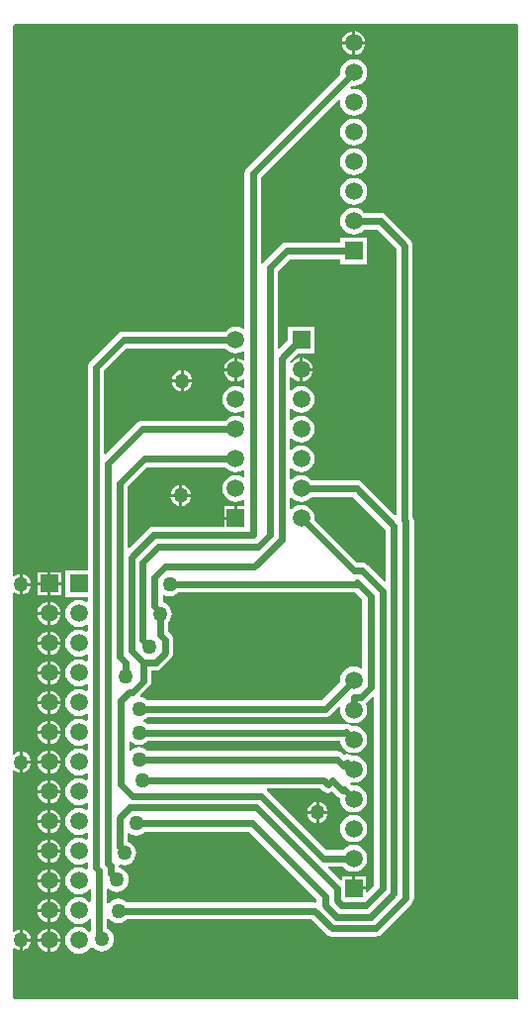
<source format=gbl>
G04 Layer_Physical_Order=2*
G04 Layer_Color=16711680*
%FSLAX24Y24*%
%MOIN*%
G70*
G01*
G75*
%ADD10C,0.0236*%
%ADD11C,0.0591*%
%ADD12R,0.0591X0.0591*%
%ADD13C,0.0500*%
G36*
X62638Y48858D02*
Y16087D01*
X62614Y16063D01*
X45654D01*
X45591Y16126D01*
Y17778D01*
X45641Y17803D01*
X45690Y17765D01*
X45775Y17730D01*
X45816Y17724D01*
Y18071D01*
Y18417D01*
X45775Y18412D01*
X45690Y18377D01*
X45641Y18339D01*
X45591Y18364D01*
Y23762D01*
X45641Y23787D01*
X45690Y23749D01*
X45775Y23714D01*
X45816Y23709D01*
Y24055D01*
Y24402D01*
X45775Y24396D01*
X45690Y24361D01*
X45641Y24323D01*
X45591Y24348D01*
Y29747D01*
X45641Y29771D01*
X45690Y29734D01*
X45775Y29698D01*
X45816Y29693D01*
Y30039D01*
Y30386D01*
X45775Y30380D01*
X45690Y30345D01*
X45641Y30307D01*
X45591Y30332D01*
Y48835D01*
X45654Y48898D01*
X62606D01*
X62638Y48858D01*
D02*
G37*
%LPC*%
G36*
X47213Y24013D02*
X46870D01*
Y23671D01*
X46924Y23678D01*
X47020Y23718D01*
X47102Y23781D01*
X47166Y23864D01*
X47206Y23960D01*
X47213Y24013D01*
D02*
G37*
G36*
X46770D02*
X46428D01*
X46435Y23960D01*
X46475Y23864D01*
X46539Y23781D01*
X46621Y23718D01*
X46717Y23678D01*
X46770Y23671D01*
Y24013D01*
D02*
G37*
G36*
X46213Y24005D02*
X45916D01*
Y23709D01*
X45958Y23714D01*
X46043Y23749D01*
X46116Y23805D01*
X46172Y23879D01*
X46207Y23964D01*
X46213Y24005D01*
D02*
G37*
G36*
X45916Y24402D02*
Y24105D01*
X46213D01*
X46207Y24146D01*
X46172Y24232D01*
X46116Y24305D01*
X46043Y24361D01*
X45958Y24396D01*
X45916Y24402D01*
D02*
G37*
G36*
X46770Y23013D02*
X46428D01*
X46435Y22960D01*
X46475Y22864D01*
X46539Y22781D01*
X46621Y22718D01*
X46717Y22678D01*
X46770Y22671D01*
Y23013D01*
D02*
G37*
G36*
X46870Y22455D02*
Y22113D01*
X47213D01*
X47206Y22166D01*
X47166Y22262D01*
X47102Y22345D01*
X47020Y22408D01*
X46924Y22448D01*
X46870Y22455D01*
D02*
G37*
G36*
X47213Y23013D02*
X46870D01*
Y22671D01*
X46924Y22678D01*
X47020Y22718D01*
X47102Y22781D01*
X47166Y22864D01*
X47206Y22960D01*
X47213Y23013D01*
D02*
G37*
G36*
X46870Y23455D02*
Y23113D01*
X47213D01*
X47206Y23166D01*
X47166Y23262D01*
X47102Y23345D01*
X47020Y23408D01*
X46924Y23448D01*
X46870Y23455D01*
D02*
G37*
G36*
X46770Y23455D02*
X46717Y23448D01*
X46621Y23408D01*
X46539Y23345D01*
X46475Y23262D01*
X46435Y23166D01*
X46428Y23113D01*
X46770D01*
Y23455D01*
D02*
G37*
G36*
Y24455D02*
X46717Y24448D01*
X46621Y24408D01*
X46539Y24345D01*
X46475Y24262D01*
X46435Y24166D01*
X46428Y24113D01*
X46770D01*
Y24455D01*
D02*
G37*
G36*
X47213Y26013D02*
X46870D01*
Y25671D01*
X46924Y25678D01*
X47020Y25718D01*
X47102Y25781D01*
X47166Y25864D01*
X47206Y25960D01*
X47213Y26013D01*
D02*
G37*
G36*
X46770D02*
X46428D01*
X46435Y25960D01*
X46475Y25864D01*
X46539Y25781D01*
X46621Y25718D01*
X46717Y25678D01*
X46770Y25671D01*
Y26013D01*
D02*
G37*
G36*
Y26455D02*
X46717Y26448D01*
X46621Y26408D01*
X46539Y26345D01*
X46475Y26262D01*
X46435Y26166D01*
X46428Y26113D01*
X46770D01*
Y26455D01*
D02*
G37*
G36*
Y27013D02*
X46428D01*
X46435Y26960D01*
X46475Y26864D01*
X46539Y26781D01*
X46621Y26718D01*
X46717Y26678D01*
X46770Y26671D01*
Y27013D01*
D02*
G37*
G36*
X46870Y26455D02*
Y26113D01*
X47213D01*
X47206Y26166D01*
X47166Y26262D01*
X47102Y26345D01*
X47020Y26408D01*
X46924Y26448D01*
X46870Y26455D01*
D02*
G37*
G36*
X46770Y25013D02*
X46428D01*
X46435Y24960D01*
X46475Y24864D01*
X46539Y24781D01*
X46621Y24718D01*
X46717Y24678D01*
X46770Y24671D01*
Y25013D01*
D02*
G37*
G36*
X46870Y24455D02*
Y24113D01*
X47213D01*
X47206Y24166D01*
X47166Y24262D01*
X47102Y24345D01*
X47020Y24408D01*
X46924Y24448D01*
X46870Y24455D01*
D02*
G37*
G36*
X47213Y25013D02*
X46870D01*
Y24671D01*
X46924Y24678D01*
X47020Y24718D01*
X47102Y24781D01*
X47166Y24864D01*
X47206Y24960D01*
X47213Y25013D01*
D02*
G37*
G36*
X46870Y25455D02*
Y25113D01*
X47213D01*
X47206Y25166D01*
X47166Y25262D01*
X47102Y25345D01*
X47020Y25408D01*
X46924Y25448D01*
X46870Y25455D01*
D02*
G37*
G36*
X46770Y25455D02*
X46717Y25448D01*
X46621Y25408D01*
X46539Y25345D01*
X46475Y25262D01*
X46435Y25166D01*
X46428Y25113D01*
X46770D01*
Y25455D01*
D02*
G37*
G36*
Y19013D02*
X46428D01*
X46435Y18960D01*
X46475Y18864D01*
X46539Y18781D01*
X46621Y18718D01*
X46717Y18678D01*
X46770Y18671D01*
Y19013D01*
D02*
G37*
G36*
X45916Y18417D02*
Y18121D01*
X46213D01*
X46207Y18162D01*
X46172Y18247D01*
X46116Y18320D01*
X46043Y18377D01*
X45958Y18412D01*
X45916Y18417D01*
D02*
G37*
G36*
X47213Y19013D02*
X46870D01*
Y18671D01*
X46924Y18678D01*
X47020Y18718D01*
X47102Y18781D01*
X47166Y18864D01*
X47206Y18960D01*
X47213Y19013D01*
D02*
G37*
G36*
X46870Y19455D02*
Y19113D01*
X47213D01*
X47206Y19166D01*
X47166Y19262D01*
X47102Y19345D01*
X47020Y19408D01*
X46924Y19448D01*
X46870Y19455D01*
D02*
G37*
G36*
X46770Y19455D02*
X46717Y19448D01*
X46621Y19408D01*
X46539Y19345D01*
X46475Y19262D01*
X46435Y19166D01*
X46428Y19113D01*
X46770D01*
Y19455D01*
D02*
G37*
G36*
X47213Y18013D02*
X46870D01*
Y17671D01*
X46924Y17678D01*
X47020Y17718D01*
X47102Y17781D01*
X47166Y17864D01*
X47206Y17960D01*
X47213Y18013D01*
D02*
G37*
G36*
X46770D02*
X46428D01*
X46435Y17960D01*
X46475Y17864D01*
X46539Y17781D01*
X46621Y17718D01*
X46717Y17678D01*
X46770Y17671D01*
Y18013D01*
D02*
G37*
G36*
X46213Y18021D02*
X45916D01*
Y17724D01*
X45958Y17730D01*
X46043Y17765D01*
X46116Y17821D01*
X46172Y17894D01*
X46207Y17980D01*
X46213Y18021D01*
D02*
G37*
G36*
X46870Y18455D02*
Y18113D01*
X47213D01*
X47206Y18166D01*
X47166Y18262D01*
X47102Y18345D01*
X47020Y18408D01*
X46924Y18448D01*
X46870Y18455D01*
D02*
G37*
G36*
X46770Y18455D02*
X46717Y18448D01*
X46621Y18408D01*
X46539Y18345D01*
X46475Y18262D01*
X46435Y18166D01*
X46428Y18113D01*
X46770D01*
Y18455D01*
D02*
G37*
G36*
Y20013D02*
X46428D01*
X46435Y19960D01*
X46475Y19864D01*
X46539Y19781D01*
X46621Y19718D01*
X46717Y19678D01*
X46770Y19671D01*
Y20013D01*
D02*
G37*
G36*
X46870Y21455D02*
Y21113D01*
X47213D01*
X47206Y21166D01*
X47166Y21262D01*
X47102Y21345D01*
X47020Y21408D01*
X46924Y21448D01*
X46870Y21455D01*
D02*
G37*
G36*
X46770Y21455D02*
X46717Y21448D01*
X46621Y21408D01*
X46539Y21345D01*
X46475Y21262D01*
X46435Y21166D01*
X46428Y21113D01*
X46770D01*
Y21455D01*
D02*
G37*
G36*
Y22013D02*
X46428D01*
X46435Y21960D01*
X46475Y21864D01*
X46539Y21781D01*
X46621Y21718D01*
X46717Y21678D01*
X46770Y21671D01*
Y22013D01*
D02*
G37*
G36*
Y22455D02*
X46717Y22448D01*
X46621Y22408D01*
X46539Y22345D01*
X46475Y22262D01*
X46435Y22166D01*
X46428Y22113D01*
X46770D01*
Y22455D01*
D02*
G37*
G36*
X47213Y22013D02*
X46870D01*
Y21671D01*
X46924Y21678D01*
X47020Y21718D01*
X47102Y21781D01*
X47166Y21864D01*
X47206Y21960D01*
X47213Y22013D01*
D02*
G37*
G36*
X46770Y20455D02*
X46717Y20448D01*
X46621Y20408D01*
X46539Y20345D01*
X46475Y20262D01*
X46435Y20166D01*
X46428Y20113D01*
X46770D01*
Y20455D01*
D02*
G37*
G36*
X47213Y20013D02*
X46870D01*
Y19671D01*
X46924Y19678D01*
X47020Y19718D01*
X47102Y19781D01*
X47166Y19864D01*
X47206Y19960D01*
X47213Y20013D01*
D02*
G37*
G36*
X46870Y20455D02*
Y20113D01*
X47213D01*
X47206Y20166D01*
X47166Y20262D01*
X47102Y20345D01*
X47020Y20408D01*
X46924Y20448D01*
X46870Y20455D01*
D02*
G37*
G36*
X47213Y21013D02*
X46870D01*
Y20671D01*
X46924Y20678D01*
X47020Y20718D01*
X47102Y20781D01*
X47166Y20864D01*
X47206Y20960D01*
X47213Y21013D01*
D02*
G37*
G36*
X46770D02*
X46428D01*
X46435Y20960D01*
X46475Y20864D01*
X46539Y20781D01*
X46621Y20718D01*
X46717Y20678D01*
X46770Y20671D01*
Y21013D01*
D02*
G37*
G36*
X47213Y27013D02*
X46870D01*
Y26671D01*
X46924Y26678D01*
X47020Y26718D01*
X47102Y26781D01*
X47166Y26864D01*
X47206Y26960D01*
X47213Y27013D01*
D02*
G37*
G36*
X57137Y48660D02*
Y48318D01*
X57479D01*
X57472Y48371D01*
X57432Y48467D01*
X57369Y48550D01*
X57286Y48613D01*
X57190Y48653D01*
X57137Y48660D01*
D02*
G37*
G36*
X57037D02*
X56983Y48653D01*
X56887Y48613D01*
X56805Y48550D01*
X56741Y48467D01*
X56702Y48371D01*
X56695Y48318D01*
X57037D01*
Y48660D01*
D02*
G37*
G36*
X57479Y48218D02*
X57137D01*
Y47876D01*
X57190Y47883D01*
X57286Y47922D01*
X57369Y47986D01*
X57432Y48068D01*
X57472Y48165D01*
X57479Y48218D01*
D02*
G37*
G36*
X47216Y30458D02*
X46870D01*
Y30113D01*
X47216D01*
Y30458D01*
D02*
G37*
G36*
X46213Y29989D02*
X45916D01*
Y29693D01*
X45958Y29698D01*
X46043Y29734D01*
X46116Y29790D01*
X46172Y29863D01*
X46207Y29948D01*
X46213Y29989D01*
D02*
G37*
G36*
X45916Y30386D02*
Y30089D01*
X46213D01*
X46207Y30131D01*
X46172Y30216D01*
X46116Y30289D01*
X46043Y30345D01*
X45958Y30380D01*
X45916Y30386D01*
D02*
G37*
G36*
X46770Y30458D02*
X46425D01*
Y30113D01*
X46770D01*
Y30458D01*
D02*
G37*
G36*
X57087Y43724D02*
X56968Y43709D01*
X56858Y43663D01*
X56764Y43591D01*
X56691Y43496D01*
X56646Y43386D01*
X56630Y43268D01*
X56646Y43150D01*
X56691Y43039D01*
X56764Y42945D01*
X56858Y42872D01*
X56968Y42827D01*
X57087Y42811D01*
X57205Y42827D01*
X57315Y42872D01*
X57410Y42945D01*
X57482Y43039D01*
X57528Y43150D01*
X57543Y43268D01*
X57528Y43386D01*
X57482Y43496D01*
X57410Y43591D01*
X57315Y43663D01*
X57205Y43709D01*
X57087Y43724D01*
D02*
G37*
G36*
X55365Y37660D02*
Y37318D01*
X55707D01*
X55700Y37371D01*
X55660Y37467D01*
X55597Y37550D01*
X55514Y37613D01*
X55418Y37653D01*
X55365Y37660D01*
D02*
G37*
G36*
X55707Y37218D02*
X55365D01*
Y36876D01*
X55418Y36883D01*
X55514Y36922D01*
X55597Y36986D01*
X55660Y37068D01*
X55700Y37165D01*
X55707Y37218D01*
D02*
G37*
G36*
X57087Y44724D02*
X56968Y44709D01*
X56858Y44663D01*
X56764Y44591D01*
X56691Y44496D01*
X56646Y44386D01*
X56630Y44268D01*
X56646Y44150D01*
X56691Y44039D01*
X56764Y43945D01*
X56858Y43872D01*
X56968Y43827D01*
X57087Y43811D01*
X57205Y43827D01*
X57315Y43872D01*
X57410Y43945D01*
X57482Y44039D01*
X57528Y44150D01*
X57543Y44268D01*
X57528Y44386D01*
X57482Y44496D01*
X57410Y44591D01*
X57315Y44663D01*
X57205Y44709D01*
X57087Y44724D01*
D02*
G37*
G36*
X57037Y48218D02*
X56695D01*
X56702Y48165D01*
X56741Y48068D01*
X56805Y47986D01*
X56887Y47922D01*
X56983Y47883D01*
X57037Y47876D01*
Y48218D01*
D02*
G37*
G36*
X57087Y47724D02*
X56968Y47709D01*
X56858Y47663D01*
X56764Y47591D01*
X56691Y47496D01*
X56646Y47386D01*
X56630Y47268D01*
X56637Y47212D01*
X53490Y44065D01*
X53446Y44007D01*
X53418Y43940D01*
X53409Y43868D01*
Y38666D01*
X53364Y38644D01*
X53339Y38663D01*
X53228Y38709D01*
X53110Y38724D01*
X52992Y38709D01*
X52882Y38663D01*
X52787Y38591D01*
X52753Y38546D01*
X49318D01*
X49246Y38536D01*
X49179Y38508D01*
X49121Y38464D01*
X48203Y37547D01*
X48159Y37489D01*
X48131Y37422D01*
X48122Y37350D01*
Y30516D01*
X47368D01*
Y29610D01*
X48122D01*
Y29459D01*
X48077Y29437D01*
X48049Y29458D01*
X47939Y29504D01*
X47820Y29520D01*
X47702Y29504D01*
X47592Y29458D01*
X47498Y29386D01*
X47425Y29291D01*
X47379Y29181D01*
X47364Y29063D01*
X47379Y28945D01*
X47425Y28835D01*
X47498Y28740D01*
X47592Y28668D01*
X47702Y28622D01*
X47820Y28606D01*
X47939Y28622D01*
X48049Y28668D01*
X48077Y28689D01*
X48122Y28667D01*
Y28459D01*
X48077Y28437D01*
X48049Y28458D01*
X47939Y28504D01*
X47820Y28520D01*
X47702Y28504D01*
X47592Y28458D01*
X47498Y28386D01*
X47425Y28291D01*
X47379Y28181D01*
X47364Y28063D01*
X47379Y27945D01*
X47425Y27835D01*
X47498Y27740D01*
X47592Y27668D01*
X47702Y27622D01*
X47820Y27606D01*
X47939Y27622D01*
X48049Y27668D01*
X48077Y27689D01*
X48122Y27667D01*
Y27459D01*
X48077Y27437D01*
X48049Y27458D01*
X47939Y27504D01*
X47820Y27520D01*
X47702Y27504D01*
X47592Y27458D01*
X47498Y27386D01*
X47425Y27291D01*
X47379Y27181D01*
X47364Y27063D01*
X47379Y26945D01*
X47425Y26835D01*
X47498Y26740D01*
X47592Y26668D01*
X47702Y26622D01*
X47820Y26606D01*
X47939Y26622D01*
X48049Y26668D01*
X48077Y26689D01*
X48122Y26667D01*
Y26459D01*
X48077Y26437D01*
X48049Y26458D01*
X47939Y26504D01*
X47820Y26520D01*
X47702Y26504D01*
X47592Y26458D01*
X47498Y26386D01*
X47425Y26291D01*
X47379Y26181D01*
X47364Y26063D01*
X47379Y25945D01*
X47425Y25835D01*
X47498Y25740D01*
X47592Y25668D01*
X47702Y25622D01*
X47820Y25606D01*
X47939Y25622D01*
X48049Y25668D01*
X48077Y25689D01*
X48122Y25667D01*
Y25459D01*
X48077Y25437D01*
X48049Y25458D01*
X47939Y25504D01*
X47820Y25520D01*
X47702Y25504D01*
X47592Y25458D01*
X47498Y25386D01*
X47425Y25291D01*
X47379Y25181D01*
X47364Y25063D01*
X47379Y24945D01*
X47425Y24835D01*
X47498Y24740D01*
X47592Y24668D01*
X47702Y24622D01*
X47820Y24606D01*
X47939Y24622D01*
X48049Y24668D01*
X48077Y24689D01*
X48122Y24667D01*
Y24459D01*
X48077Y24437D01*
X48049Y24458D01*
X47939Y24504D01*
X47820Y24520D01*
X47702Y24504D01*
X47592Y24458D01*
X47498Y24386D01*
X47425Y24291D01*
X47379Y24181D01*
X47364Y24063D01*
X47379Y23945D01*
X47425Y23835D01*
X47498Y23740D01*
X47592Y23668D01*
X47702Y23622D01*
X47820Y23606D01*
X47939Y23622D01*
X48049Y23668D01*
X48077Y23689D01*
X48122Y23667D01*
Y23459D01*
X48077Y23437D01*
X48049Y23458D01*
X47939Y23504D01*
X47820Y23520D01*
X47702Y23504D01*
X47592Y23458D01*
X47498Y23386D01*
X47425Y23291D01*
X47379Y23181D01*
X47364Y23063D01*
X47379Y22945D01*
X47425Y22835D01*
X47498Y22740D01*
X47592Y22668D01*
X47702Y22622D01*
X47820Y22606D01*
X47939Y22622D01*
X48049Y22668D01*
X48077Y22689D01*
X48122Y22667D01*
Y22459D01*
X48077Y22437D01*
X48049Y22458D01*
X47939Y22504D01*
X47820Y22520D01*
X47702Y22504D01*
X47592Y22458D01*
X47498Y22386D01*
X47425Y22291D01*
X47379Y22181D01*
X47364Y22063D01*
X47379Y21945D01*
X47425Y21835D01*
X47498Y21740D01*
X47592Y21668D01*
X47702Y21622D01*
X47820Y21606D01*
X47939Y21622D01*
X48049Y21668D01*
X48077Y21689D01*
X48122Y21667D01*
Y21459D01*
X48077Y21437D01*
X48049Y21458D01*
X47939Y21504D01*
X47820Y21520D01*
X47702Y21504D01*
X47592Y21458D01*
X47498Y21386D01*
X47425Y21291D01*
X47379Y21181D01*
X47364Y21063D01*
X47379Y20945D01*
X47425Y20835D01*
X47498Y20740D01*
X47592Y20668D01*
X47702Y20622D01*
X47820Y20606D01*
X47939Y20622D01*
X48049Y20668D01*
X48077Y20689D01*
X48122Y20667D01*
Y20500D01*
X48127Y20461D01*
X48080Y20434D01*
X48049Y20458D01*
X47939Y20504D01*
X47820Y20520D01*
X47702Y20504D01*
X47592Y20458D01*
X47498Y20386D01*
X47425Y20291D01*
X47379Y20181D01*
X47364Y20063D01*
X47379Y19945D01*
X47425Y19835D01*
X47498Y19740D01*
X47592Y19668D01*
X47702Y19622D01*
X47820Y19606D01*
X47939Y19622D01*
X48049Y19668D01*
X48143Y19740D01*
X48172Y19777D01*
X48222Y19760D01*
Y19366D01*
X48172Y19349D01*
X48143Y19386D01*
X48049Y19458D01*
X47939Y19504D01*
X47820Y19520D01*
X47702Y19504D01*
X47592Y19458D01*
X47498Y19386D01*
X47425Y19291D01*
X47379Y19181D01*
X47364Y19063D01*
X47379Y18945D01*
X47425Y18835D01*
X47498Y18740D01*
X47592Y18668D01*
X47702Y18622D01*
X47820Y18606D01*
X47939Y18622D01*
X48049Y18668D01*
X48143Y18740D01*
X48172Y18777D01*
X48222Y18760D01*
Y18366D01*
X48172Y18349D01*
X48143Y18386D01*
X48049Y18458D01*
X47939Y18504D01*
X47820Y18520D01*
X47702Y18504D01*
X47592Y18458D01*
X47498Y18386D01*
X47425Y18291D01*
X47379Y18181D01*
X47364Y18063D01*
X47379Y17945D01*
X47425Y17835D01*
X47498Y17740D01*
X47592Y17668D01*
X47702Y17622D01*
X47820Y17606D01*
X47939Y17622D01*
X48049Y17668D01*
X48143Y17740D01*
X48216Y17835D01*
X48220Y17844D01*
X48277Y17852D01*
X48309Y17809D01*
X48394Y17744D01*
X48494Y17703D01*
X48600Y17689D01*
X48706Y17703D01*
X48805Y17744D01*
X48891Y17809D01*
X48956Y17895D01*
X48997Y17994D01*
X49011Y18100D01*
X48997Y18206D01*
X48956Y18305D01*
X48891Y18391D01*
X48805Y18456D01*
X48778Y18467D01*
Y18783D01*
X48828Y18800D01*
X48859Y18759D01*
X48945Y18694D01*
X49044Y18653D01*
X49150Y18639D01*
X49256Y18653D01*
X49356Y18694D01*
X49441Y18759D01*
X49450Y18772D01*
X55647D01*
X56154Y18264D01*
X56212Y18220D01*
X56279Y18192D01*
X56351Y18183D01*
X57822D01*
X57894Y18192D01*
X57961Y18220D01*
X58019Y18264D01*
X59035Y19280D01*
X59079Y19338D01*
X59107Y19405D01*
X59117Y19477D01*
Y32168D01*
X59107Y32240D01*
X59079Y32307D01*
X59078Y32309D01*
Y41450D01*
X59068Y41522D01*
X59041Y41589D01*
X58997Y41647D01*
X58179Y42464D01*
X58121Y42508D01*
X58054Y42536D01*
X57982Y42546D01*
X57444D01*
X57410Y42591D01*
X57315Y42663D01*
X57205Y42709D01*
X57087Y42724D01*
X56968Y42709D01*
X56858Y42663D01*
X56764Y42591D01*
X56691Y42496D01*
X56646Y42386D01*
X56630Y42268D01*
X56646Y42150D01*
X56691Y42039D01*
X56764Y41945D01*
X56858Y41872D01*
X56968Y41827D01*
X57087Y41811D01*
X57205Y41827D01*
X57315Y41872D01*
X57410Y41945D01*
X57444Y41990D01*
X57867D01*
X58522Y41335D01*
Y32386D01*
X58476Y32367D01*
X57379Y33464D01*
X57321Y33508D01*
X57254Y33536D01*
X57182Y33546D01*
X55672D01*
X55638Y33591D01*
X55543Y33663D01*
X55433Y33709D01*
X55315Y33724D01*
X55197Y33709D01*
X55087Y33663D01*
X54992Y33591D01*
X54975Y33569D01*
X54928Y33585D01*
Y33951D01*
X54975Y33967D01*
X54992Y33945D01*
X55087Y33872D01*
X55197Y33827D01*
X55315Y33811D01*
X55433Y33827D01*
X55543Y33872D01*
X55638Y33945D01*
X55710Y34039D01*
X55756Y34150D01*
X55772Y34268D01*
X55756Y34386D01*
X55710Y34496D01*
X55638Y34591D01*
X55543Y34663D01*
X55433Y34709D01*
X55315Y34724D01*
X55197Y34709D01*
X55087Y34663D01*
X54992Y34591D01*
X54975Y34569D01*
X54928Y34585D01*
Y34951D01*
X54975Y34967D01*
X54992Y34945D01*
X55087Y34872D01*
X55197Y34827D01*
X55315Y34811D01*
X55433Y34827D01*
X55543Y34872D01*
X55638Y34945D01*
X55710Y35039D01*
X55756Y35150D01*
X55772Y35268D01*
X55756Y35386D01*
X55710Y35496D01*
X55638Y35591D01*
X55543Y35663D01*
X55433Y35709D01*
X55315Y35724D01*
X55197Y35709D01*
X55087Y35663D01*
X54992Y35591D01*
X54975Y35569D01*
X54928Y35585D01*
Y35951D01*
X54975Y35967D01*
X54992Y35945D01*
X55087Y35872D01*
X55197Y35827D01*
X55315Y35811D01*
X55433Y35827D01*
X55543Y35872D01*
X55638Y35945D01*
X55710Y36039D01*
X55756Y36150D01*
X55772Y36268D01*
X55756Y36386D01*
X55710Y36496D01*
X55638Y36591D01*
X55543Y36663D01*
X55433Y36709D01*
X55315Y36724D01*
X55197Y36709D01*
X55087Y36663D01*
X54992Y36591D01*
X54975Y36569D01*
X54928Y36585D01*
Y37045D01*
X54931Y37046D01*
X54978Y37058D01*
X55033Y36986D01*
X55116Y36922D01*
X55212Y36883D01*
X55265Y36876D01*
Y37268D01*
Y37660D01*
X55212Y37653D01*
X55116Y37613D01*
X55033Y37550D01*
X54982Y37483D01*
X54935Y37495D01*
X54930Y37526D01*
X54930Y37537D01*
X55208Y37815D01*
X55768D01*
Y38720D01*
X54862D01*
Y38255D01*
X54574Y37967D01*
X54528Y37986D01*
Y40585D01*
X54933Y40990D01*
X56634D01*
Y40815D01*
X57539D01*
Y41720D01*
X56634D01*
Y41546D01*
X54818D01*
X54746Y41536D01*
X54679Y41508D01*
X54621Y41464D01*
X54053Y40897D01*
X54015Y40846D01*
X53987Y40849D01*
X53965Y40860D01*
Y43753D01*
X56595Y46383D01*
X56642Y46359D01*
X56630Y46268D01*
X56646Y46150D01*
X56691Y46039D01*
X56764Y45945D01*
X56858Y45872D01*
X56968Y45827D01*
X57087Y45811D01*
X57205Y45827D01*
X57315Y45872D01*
X57410Y45945D01*
X57482Y46039D01*
X57528Y46150D01*
X57543Y46268D01*
X57528Y46386D01*
X57482Y46496D01*
X57410Y46591D01*
X57315Y46663D01*
X57205Y46709D01*
X57087Y46724D01*
X56995Y46712D01*
X56972Y46760D01*
X57030Y46818D01*
X57087Y46811D01*
X57205Y46827D01*
X57315Y46872D01*
X57410Y46945D01*
X57482Y47039D01*
X57528Y47150D01*
X57543Y47268D01*
X57528Y47386D01*
X57482Y47496D01*
X57410Y47591D01*
X57315Y47663D01*
X57205Y47709D01*
X57087Y47724D01*
D02*
G37*
G36*
Y45724D02*
X56968Y45709D01*
X56858Y45663D01*
X56764Y45591D01*
X56691Y45496D01*
X56646Y45386D01*
X56630Y45268D01*
X56646Y45150D01*
X56691Y45039D01*
X56764Y44945D01*
X56858Y44872D01*
X56968Y44827D01*
X57087Y44811D01*
X57205Y44827D01*
X57315Y44872D01*
X57410Y44945D01*
X57482Y45039D01*
X57528Y45150D01*
X57543Y45268D01*
X57528Y45386D01*
X57482Y45496D01*
X57410Y45591D01*
X57315Y45663D01*
X57205Y45709D01*
X57087Y45724D01*
D02*
G37*
G36*
X47213Y28013D02*
X46870D01*
Y27671D01*
X46924Y27678D01*
X47020Y27718D01*
X47102Y27781D01*
X47166Y27864D01*
X47206Y27960D01*
X47213Y28013D01*
D02*
G37*
G36*
X46770Y28455D02*
X46717Y28448D01*
X46621Y28408D01*
X46539Y28345D01*
X46475Y28262D01*
X46435Y28166D01*
X46428Y28113D01*
X46770D01*
Y28455D01*
D02*
G37*
G36*
X46870Y28455D02*
Y28113D01*
X47213D01*
X47206Y28166D01*
X47166Y28262D01*
X47102Y28345D01*
X47020Y28408D01*
X46924Y28448D01*
X46870Y28455D01*
D02*
G37*
G36*
X46770Y27455D02*
X46717Y27448D01*
X46621Y27408D01*
X46539Y27345D01*
X46475Y27262D01*
X46435Y27166D01*
X46428Y27113D01*
X46770D01*
Y27455D01*
D02*
G37*
G36*
X46870Y27455D02*
Y27113D01*
X47213D01*
X47206Y27166D01*
X47166Y27262D01*
X47102Y27345D01*
X47020Y27408D01*
X46924Y27448D01*
X46870Y27455D01*
D02*
G37*
G36*
X46770Y28013D02*
X46428D01*
X46435Y27960D01*
X46475Y27864D01*
X46539Y27781D01*
X46621Y27718D01*
X46717Y27678D01*
X46770Y27671D01*
Y28013D01*
D02*
G37*
G36*
Y29013D02*
X46428D01*
X46435Y28960D01*
X46475Y28864D01*
X46539Y28781D01*
X46621Y28718D01*
X46717Y28678D01*
X46770Y28671D01*
Y29013D01*
D02*
G37*
G36*
Y29455D02*
X46717Y29448D01*
X46621Y29408D01*
X46539Y29345D01*
X46475Y29262D01*
X46435Y29166D01*
X46428Y29113D01*
X46770D01*
Y29455D01*
D02*
G37*
G36*
X46870Y29455D02*
Y29113D01*
X47213D01*
X47206Y29166D01*
X47166Y29262D01*
X47102Y29345D01*
X47020Y29408D01*
X46924Y29448D01*
X46870Y29455D01*
D02*
G37*
G36*
X46770Y30013D02*
X46425D01*
Y29668D01*
X46770D01*
Y30013D01*
D02*
G37*
G36*
X47213Y29013D02*
X46870D01*
Y28671D01*
X46924Y28678D01*
X47020Y28718D01*
X47102Y28781D01*
X47166Y28864D01*
X47206Y28960D01*
X47213Y29013D01*
D02*
G37*
G36*
X47216Y30013D02*
X46870D01*
Y29668D01*
X47216D01*
Y30013D01*
D02*
G37*
%LPD*%
G36*
X55844Y19427D02*
Y19366D01*
X55794Y19324D01*
X55762Y19328D01*
X49450D01*
X49441Y19341D01*
X49356Y19406D01*
X49256Y19447D01*
X49150Y19461D01*
X49044Y19447D01*
X48945Y19406D01*
X48859Y19341D01*
X48828Y19300D01*
X48778Y19317D01*
Y19771D01*
X48828Y19795D01*
X48895Y19744D01*
X48994Y19703D01*
X49100Y19689D01*
X49206Y19703D01*
X49306Y19744D01*
X49391Y19809D01*
X49456Y19894D01*
X49497Y19994D01*
X49511Y20100D01*
X49497Y20206D01*
X49456Y20306D01*
X49391Y20391D01*
X49306Y20456D01*
X49206Y20497D01*
X49172Y20502D01*
Y20563D01*
X49169Y20580D01*
X49215Y20615D01*
X49244Y20603D01*
X49350Y20589D01*
X49456Y20603D01*
X49556Y20644D01*
X49641Y20709D01*
X49706Y20794D01*
X49747Y20894D01*
X49761Y21000D01*
X49747Y21106D01*
X49706Y21205D01*
X49641Y21291D01*
X49556Y21356D01*
X49471Y21391D01*
Y21644D01*
X49516Y21666D01*
X49545Y21644D01*
X49644Y21603D01*
X49750Y21589D01*
X49856Y21603D01*
X49956Y21644D01*
X50041Y21709D01*
X50050Y21722D01*
X53549D01*
X55844Y19427D01*
D02*
G37*
G36*
X52787Y33945D02*
X52882Y33872D01*
X52992Y33827D01*
X53110Y33811D01*
X53228Y33827D01*
X53339Y33872D01*
X53364Y33892D01*
X53409Y33870D01*
Y33666D01*
X53364Y33644D01*
X53339Y33663D01*
X53228Y33709D01*
X53110Y33724D01*
X52992Y33709D01*
X52882Y33663D01*
X52787Y33591D01*
X52715Y33496D01*
X52669Y33386D01*
X52654Y33268D01*
X52669Y33150D01*
X52715Y33039D01*
X52787Y32945D01*
X52882Y32872D01*
X52992Y32827D01*
X53110Y32811D01*
X53228Y32827D01*
X53339Y32872D01*
X53364Y32892D01*
X53409Y32870D01*
Y32663D01*
X53160D01*
Y32268D01*
X53110D01*
Y32218D01*
X52715D01*
Y31972D01*
X50337D01*
X50265Y31962D01*
X50198Y31934D01*
X50140Y31890D01*
X49517Y31267D01*
X49471Y31286D01*
Y33328D01*
X50133Y33990D01*
X52753D01*
X52787Y33945D01*
D02*
G37*
G36*
X58167Y31890D02*
Y30148D01*
X58121Y30129D01*
X57560Y30690D01*
X57502Y30734D01*
X57435Y30762D01*
X57363Y30772D01*
X57204D01*
X55764Y32212D01*
X55772Y32268D01*
X55756Y32386D01*
X55710Y32496D01*
X55638Y32591D01*
X55543Y32663D01*
X55433Y32709D01*
X55315Y32724D01*
X55197Y32709D01*
X55087Y32663D01*
X54992Y32591D01*
X54975Y32569D01*
X54928Y32585D01*
Y32951D01*
X54975Y32967D01*
X54992Y32945D01*
X55087Y32872D01*
X55197Y32827D01*
X55315Y32811D01*
X55433Y32827D01*
X55543Y32872D01*
X55638Y32945D01*
X55672Y32990D01*
X57067D01*
X58167Y31890D01*
D02*
G37*
G36*
X57773Y26240D02*
Y19918D01*
X57528Y19673D01*
X57482Y19692D01*
Y19769D01*
X57087D01*
Y19819D01*
X57037D01*
Y20214D01*
X56691D01*
Y20088D01*
X56645Y20069D01*
X56219Y20495D01*
X56238Y20541D01*
X56729D01*
X56764Y20496D01*
X56858Y20423D01*
X56968Y20378D01*
X57087Y20362D01*
X57205Y20378D01*
X57315Y20423D01*
X57410Y20496D01*
X57482Y20591D01*
X57528Y20701D01*
X57543Y20819D01*
X57528Y20937D01*
X57482Y21047D01*
X57410Y21142D01*
X57315Y21214D01*
X57205Y21260D01*
X57087Y21276D01*
X56968Y21260D01*
X56858Y21214D01*
X56764Y21142D01*
X56729Y21097D01*
X56174D01*
X54149Y23121D01*
X54148Y23122D01*
X54165Y23172D01*
X55951D01*
X56019Y23103D01*
X56077Y23059D01*
X56144Y23031D01*
X56216Y23022D01*
X56288Y23031D01*
X56354Y23059D01*
X56509Y22903D01*
X56567Y22859D01*
X56632Y22832D01*
X56630Y22819D01*
X56646Y22701D01*
X56691Y22591D01*
X56764Y22496D01*
X56858Y22423D01*
X56968Y22378D01*
X57087Y22362D01*
X57205Y22378D01*
X57315Y22423D01*
X57410Y22496D01*
X57482Y22591D01*
X57528Y22701D01*
X57543Y22819D01*
X57528Y22937D01*
X57482Y23047D01*
X57410Y23142D01*
X57315Y23214D01*
X57205Y23260D01*
X57087Y23276D01*
X57030Y23268D01*
X56972Y23327D01*
X56995Y23374D01*
X57087Y23362D01*
X57205Y23378D01*
X57315Y23423D01*
X57410Y23496D01*
X57482Y23591D01*
X57528Y23701D01*
X57543Y23819D01*
X57528Y23937D01*
X57482Y24047D01*
X57410Y24142D01*
X57315Y24214D01*
X57205Y24260D01*
X57087Y24276D01*
X57026Y24268D01*
X56989Y24296D01*
X56922Y24324D01*
X56850Y24333D01*
X56778Y24324D01*
X56769Y24320D01*
X56742Y24347D01*
X56684Y24391D01*
X56617Y24418D01*
X56545Y24428D01*
X50150D01*
X50141Y24441D01*
X50055Y24506D01*
X49956Y24547D01*
X49850Y24561D01*
X49744Y24547D01*
X49644Y24506D01*
X49571Y24450D01*
X49521Y24467D01*
Y24733D01*
X49571Y24750D01*
X49644Y24694D01*
X49744Y24653D01*
X49850Y24639D01*
X49956Y24653D01*
X50055Y24694D01*
X50141Y24759D01*
X50150Y24772D01*
X56636D01*
X56646Y24701D01*
X56691Y24591D01*
X56764Y24496D01*
X56858Y24423D01*
X56968Y24378D01*
X57087Y24362D01*
X57205Y24378D01*
X57315Y24423D01*
X57410Y24496D01*
X57482Y24591D01*
X57528Y24701D01*
X57543Y24819D01*
X57528Y24937D01*
X57482Y25047D01*
X57410Y25142D01*
X57315Y25214D01*
X57205Y25260D01*
X57087Y25276D01*
X57030Y25268D01*
X57023Y25275D01*
X56966Y25319D01*
X56899Y25347D01*
X56827Y25357D01*
X56755Y25347D01*
X56708Y25328D01*
X50150D01*
X50141Y25341D01*
X50055Y25406D01*
X50014Y25423D01*
Y25477D01*
X50055Y25494D01*
X50141Y25559D01*
X50150Y25572D01*
X56118D01*
X56190Y25582D01*
X56257Y25609D01*
X56314Y25653D01*
X56595Y25934D01*
X56642Y25910D01*
X56630Y25819D01*
X56646Y25701D01*
X56691Y25591D01*
X56764Y25496D01*
X56858Y25423D01*
X56968Y25378D01*
X57087Y25362D01*
X57205Y25378D01*
X57315Y25423D01*
X57410Y25496D01*
X57482Y25591D01*
X57528Y25701D01*
X57543Y25819D01*
X57528Y25937D01*
X57490Y26029D01*
X57520Y26051D01*
X57727Y26259D01*
X57773Y26240D01*
D02*
G37*
G36*
X57380Y29527D02*
Y27221D01*
X57335Y27199D01*
X57315Y27214D01*
X57205Y27260D01*
X57087Y27276D01*
X56968Y27260D01*
X56858Y27214D01*
X56764Y27142D01*
X56691Y27047D01*
X56646Y26937D01*
X56630Y26819D01*
X56637Y26763D01*
X56003Y26128D01*
X50150D01*
X50141Y26141D01*
X50055Y26206D01*
X49956Y26247D01*
X49910Y26253D01*
X49892Y26306D01*
X50179Y26592D01*
X50223Y26650D01*
X50251Y26717D01*
X50260Y26789D01*
Y27146D01*
X50418D01*
X50490Y27156D01*
X50557Y27184D01*
X50614Y27228D01*
X50922Y27536D01*
X50966Y27593D01*
X50994Y27660D01*
X51004Y27732D01*
Y28168D01*
X50994Y28240D01*
X50966Y28307D01*
X50922Y28364D01*
X50828Y28458D01*
Y28750D01*
X50841Y28759D01*
X50906Y28844D01*
X50947Y28944D01*
X50961Y29050D01*
X50947Y29156D01*
X50906Y29255D01*
X50841Y29341D01*
X50756Y29406D01*
X50656Y29447D01*
X50652Y29448D01*
Y29671D01*
X50702Y29691D01*
X50794Y29653D01*
X50900Y29639D01*
X51006Y29653D01*
X51105Y29694D01*
X51191Y29759D01*
X51200Y29772D01*
X57135D01*
X57380Y29527D01*
D02*
G37*
G36*
X52787Y37945D02*
X52882Y37872D01*
X52992Y37827D01*
X53110Y37811D01*
X53228Y37827D01*
X53339Y37872D01*
X53364Y37892D01*
X53409Y37870D01*
Y37600D01*
X53359Y37575D01*
X53310Y37613D01*
X53213Y37653D01*
X53160Y37660D01*
Y37268D01*
Y36876D01*
X53213Y36883D01*
X53310Y36922D01*
X53359Y36960D01*
X53409Y36936D01*
Y36666D01*
X53364Y36644D01*
X53339Y36663D01*
X53228Y36709D01*
X53110Y36724D01*
X52992Y36709D01*
X52882Y36663D01*
X52787Y36591D01*
X52715Y36496D01*
X52669Y36386D01*
X52654Y36268D01*
X52669Y36150D01*
X52715Y36039D01*
X52787Y35945D01*
X52882Y35872D01*
X52992Y35827D01*
X53110Y35811D01*
X53228Y35827D01*
X53339Y35872D01*
X53364Y35892D01*
X53409Y35870D01*
Y35666D01*
X53364Y35644D01*
X53339Y35663D01*
X53228Y35709D01*
X53110Y35724D01*
X52992Y35709D01*
X52882Y35663D01*
X52787Y35591D01*
X52753Y35546D01*
X49968D01*
X49896Y35536D01*
X49829Y35508D01*
X49771Y35464D01*
X48724Y34417D01*
X48678Y34436D01*
Y37235D01*
X49433Y37990D01*
X52753D01*
X52787Y37945D01*
D02*
G37*
%LPC*%
G36*
X51606Y32982D02*
X51310D01*
Y32685D01*
X51351Y32690D01*
X51436Y32726D01*
X51509Y32782D01*
X51566Y32855D01*
X51601Y32940D01*
X51606Y32982D01*
D02*
G37*
G36*
X53060Y32663D02*
X52715D01*
Y32318D01*
X53060D01*
Y32663D01*
D02*
G37*
G36*
X51210Y32982D02*
X50913D01*
X50919Y32940D01*
X50954Y32855D01*
X51010Y32782D01*
X51083Y32726D01*
X51168Y32690D01*
X51210Y32685D01*
Y32982D01*
D02*
G37*
G36*
Y33378D02*
X51168Y33372D01*
X51083Y33337D01*
X51010Y33281D01*
X50954Y33208D01*
X50919Y33123D01*
X50913Y33082D01*
X51210D01*
Y33378D01*
D02*
G37*
G36*
X51310D02*
Y33082D01*
X51606D01*
X51601Y33123D01*
X51566Y33208D01*
X51509Y33281D01*
X51436Y33337D01*
X51351Y33372D01*
X51310Y33378D01*
D02*
G37*
G36*
X57482Y20214D02*
X57137D01*
Y19869D01*
X57482D01*
Y20214D01*
D02*
G37*
G36*
X55816Y22709D02*
X55775Y22703D01*
X55690Y22668D01*
X55617Y22612D01*
X55560Y22539D01*
X55525Y22454D01*
X55520Y22412D01*
X55816D01*
Y22709D01*
D02*
G37*
G36*
X56213Y22312D02*
X55916D01*
Y22016D01*
X55958Y22021D01*
X56043Y22056D01*
X56116Y22113D01*
X56172Y22186D01*
X56207Y22271D01*
X56213Y22312D01*
D02*
G37*
G36*
X55916Y22709D02*
Y22412D01*
X56213D01*
X56207Y22454D01*
X56172Y22539D01*
X56116Y22612D01*
X56043Y22668D01*
X55958Y22703D01*
X55916Y22709D01*
D02*
G37*
G36*
X55816Y22312D02*
X55520D01*
X55525Y22271D01*
X55560Y22186D01*
X55617Y22113D01*
X55690Y22056D01*
X55775Y22021D01*
X55816Y22016D01*
Y22312D01*
D02*
G37*
G36*
X57087Y22276D02*
X56968Y22260D01*
X56858Y22214D01*
X56764Y22142D01*
X56691Y22047D01*
X56646Y21937D01*
X56630Y21819D01*
X56646Y21701D01*
X56691Y21591D01*
X56764Y21496D01*
X56858Y21423D01*
X56968Y21378D01*
X57087Y21362D01*
X57205Y21378D01*
X57315Y21423D01*
X57410Y21496D01*
X57482Y21591D01*
X57528Y21701D01*
X57543Y21819D01*
X57528Y21937D01*
X57482Y22047D01*
X57410Y22142D01*
X57315Y22214D01*
X57205Y22260D01*
X57087Y22276D01*
D02*
G37*
G36*
X53060Y37660D02*
X53007Y37653D01*
X52911Y37613D01*
X52828Y37550D01*
X52765Y37467D01*
X52725Y37371D01*
X52718Y37318D01*
X53060D01*
Y37660D01*
D02*
G37*
G36*
X51349Y37236D02*
Y36940D01*
X51646D01*
X51640Y36981D01*
X51605Y37066D01*
X51549Y37139D01*
X51476Y37195D01*
X51391Y37231D01*
X51349Y37236D01*
D02*
G37*
G36*
X51249D02*
X51208Y37231D01*
X51123Y37195D01*
X51050Y37139D01*
X50993Y37066D01*
X50958Y36981D01*
X50953Y36940D01*
X51249D01*
Y37236D01*
D02*
G37*
G36*
Y36840D02*
X50953D01*
X50958Y36798D01*
X50993Y36713D01*
X51050Y36640D01*
X51123Y36584D01*
X51208Y36549D01*
X51249Y36543D01*
Y36840D01*
D02*
G37*
G36*
X51646D02*
X51349D01*
Y36543D01*
X51391Y36549D01*
X51476Y36584D01*
X51549Y36640D01*
X51605Y36713D01*
X51640Y36798D01*
X51646Y36840D01*
D02*
G37*
G36*
X53060Y37218D02*
X52718D01*
X52725Y37165D01*
X52765Y37068D01*
X52828Y36986D01*
X52911Y36922D01*
X53007Y36883D01*
X53060Y36876D01*
Y37218D01*
D02*
G37*
%LPD*%
D10*
X49750Y22000D02*
X53664D01*
X56122Y19542D01*
X50374Y29319D02*
X50643Y29050D01*
X49193Y21206D02*
X49399Y21000D01*
X53795Y22526D02*
X56516Y19805D01*
X53953Y22924D02*
X56058Y20819D01*
X49532Y22526D02*
X53795D01*
X48400Y20500D02*
Y37350D01*
X48800Y20657D02*
Y34100D01*
X49626Y22924D02*
X53953D01*
X49243Y23307D02*
X49626Y22924D01*
X49193Y22187D02*
X49532Y22526D01*
X49193Y21206D02*
Y22187D01*
X49350Y21000D02*
X49399D01*
X48800Y20657D02*
X48894Y20563D01*
Y20306D02*
Y20563D01*
X48400Y20500D02*
X48500Y20400D01*
Y18200D02*
Y20400D01*
Y18200D02*
X48600Y18100D01*
X48894Y20306D02*
X49100Y20100D01*
X50418Y27424D02*
X50726Y27732D01*
Y28168D01*
X50550Y28343D02*
X50726Y28168D01*
X50550Y28343D02*
Y29050D01*
X49524Y26424D02*
X49618D01*
X49982Y26789D01*
Y27424D01*
X50418D01*
X48800Y34100D02*
X49968Y35268D01*
X49193Y33443D02*
X50018Y34268D01*
X49193Y27607D02*
X49400Y27400D01*
X49587Y30944D02*
X50337Y31694D01*
X49587Y27820D02*
X49982Y27424D01*
X49981Y30781D02*
X50500Y31300D01*
X49981Y28169D02*
X50200Y27950D01*
X50374Y30268D02*
X50732Y30626D01*
X50374Y29319D02*
Y30268D01*
X49981Y28169D02*
Y30781D01*
X49587Y27820D02*
Y30944D01*
X49193Y27607D02*
Y33443D01*
X50900Y30050D02*
X57150D01*
X57200Y30100D01*
X48400Y37350D02*
X49318Y38268D01*
X50550Y29050D02*
X50643D01*
X49400Y26950D02*
Y27400D01*
X49850Y25850D02*
X56118D01*
X49243Y23307D02*
Y26143D01*
X49524Y26424D01*
X56118Y25850D02*
X57087Y26819D01*
X49850Y25050D02*
X56798D01*
X56827Y25079D01*
X56745Y23950D02*
X56850Y24055D01*
X49850Y24150D02*
X56545D01*
X56745Y23950D01*
X49950Y23450D02*
X56066D01*
X56216Y23300D01*
X56361Y23445D01*
X56706Y23100D01*
X55762Y19050D02*
X56351Y18461D01*
X49150Y19050D02*
X55762D01*
X56058Y20819D02*
X57087D01*
X56351Y18461D02*
X57822D01*
X49318Y38268D02*
X53110D01*
X50018Y34268D02*
X53110D01*
X49968Y35268D02*
X53110D01*
X55268Y38268D02*
X55315D01*
X54650Y37650D02*
X55268Y38268D01*
X54650Y31543D02*
Y37650D01*
X53732Y30626D02*
X54650Y31543D01*
X50732Y30626D02*
X53732D01*
X53687Y43868D02*
X57087Y47268D01*
X53687Y31694D02*
Y43868D01*
X50337Y31694D02*
X53687D01*
X50500Y31300D02*
X53850D01*
X54250Y31700D02*
Y40700D01*
X53850Y31300D02*
X54250Y31700D01*
X56706Y23100D02*
X56756Y23150D01*
X56122Y19246D02*
Y19542D01*
X56827Y25079D02*
X57087Y24819D01*
X54818Y41268D02*
X57087D01*
X54250Y40700D02*
X54818Y41268D01*
X57087Y42268D02*
X57982D01*
X58800Y41450D01*
Y32207D02*
Y41450D01*
Y32207D02*
X58839Y32168D01*
Y19477D02*
Y32168D01*
X57822Y18461D02*
X58839Y19477D01*
X56516Y19409D02*
Y19805D01*
X56756Y23150D02*
X57087Y22819D01*
X56516Y19409D02*
X56677Y19248D01*
X57496D01*
X56514Y18854D02*
X57659D01*
X56122Y19246D02*
X56514Y18854D01*
X57496Y19248D02*
X58051Y19803D01*
X58445Y19640D02*
Y32005D01*
X57659Y18854D02*
X58445Y19640D01*
X57087Y26248D02*
X57323D01*
X57657Y26582D01*
Y29643D01*
X58051Y19803D02*
Y29806D01*
X57363Y30494D02*
X58051Y29806D01*
X57089Y30494D02*
X57363D01*
X55315Y32268D02*
X57089Y30494D01*
X57182Y33268D02*
X58445Y32005D01*
X57200Y30100D02*
X57657Y29643D01*
X55315Y33268D02*
X57182D01*
X57087Y25819D02*
Y26248D01*
X56850Y24055D02*
X57087Y23819D01*
D11*
X46820Y18063D02*
D03*
Y19063D02*
D03*
Y20063D02*
D03*
Y21063D02*
D03*
Y22063D02*
D03*
Y23063D02*
D03*
Y24063D02*
D03*
Y25063D02*
D03*
Y26063D02*
D03*
Y27063D02*
D03*
Y28063D02*
D03*
Y29063D02*
D03*
X47820Y18063D02*
D03*
Y19063D02*
D03*
Y20063D02*
D03*
Y21063D02*
D03*
Y22063D02*
D03*
Y23063D02*
D03*
Y24063D02*
D03*
Y25063D02*
D03*
Y26063D02*
D03*
Y27063D02*
D03*
Y28063D02*
D03*
Y29063D02*
D03*
X57087Y20819D02*
D03*
Y21819D02*
D03*
Y22819D02*
D03*
Y23819D02*
D03*
Y24819D02*
D03*
Y25819D02*
D03*
Y26819D02*
D03*
Y42268D02*
D03*
Y43268D02*
D03*
Y44268D02*
D03*
Y45268D02*
D03*
Y46268D02*
D03*
Y47268D02*
D03*
Y48268D02*
D03*
X55315Y37268D02*
D03*
Y36268D02*
D03*
Y35268D02*
D03*
Y34268D02*
D03*
Y33268D02*
D03*
Y32268D02*
D03*
X53110Y33268D02*
D03*
Y34268D02*
D03*
Y35268D02*
D03*
Y36268D02*
D03*
Y37268D02*
D03*
Y38268D02*
D03*
D12*
X46820Y30063D02*
D03*
X47820D02*
D03*
X57087Y19819D02*
D03*
Y41268D02*
D03*
X55315Y38268D02*
D03*
X53110Y32268D02*
D03*
D13*
X51299Y36890D02*
D03*
X51260Y33031D02*
D03*
X55866Y22362D02*
D03*
X49750Y22000D02*
D03*
X49350Y21000D02*
D03*
X50900Y30050D02*
D03*
X50550Y29050D02*
D03*
X50200Y27950D02*
D03*
X49400Y26950D02*
D03*
X49850Y25850D02*
D03*
Y25050D02*
D03*
Y24150D02*
D03*
X49950Y23450D02*
D03*
X49100Y20100D02*
D03*
X49150Y19050D02*
D03*
X48600Y18100D02*
D03*
X45866Y30039D02*
D03*
Y24055D02*
D03*
Y18071D02*
D03*
M02*

</source>
